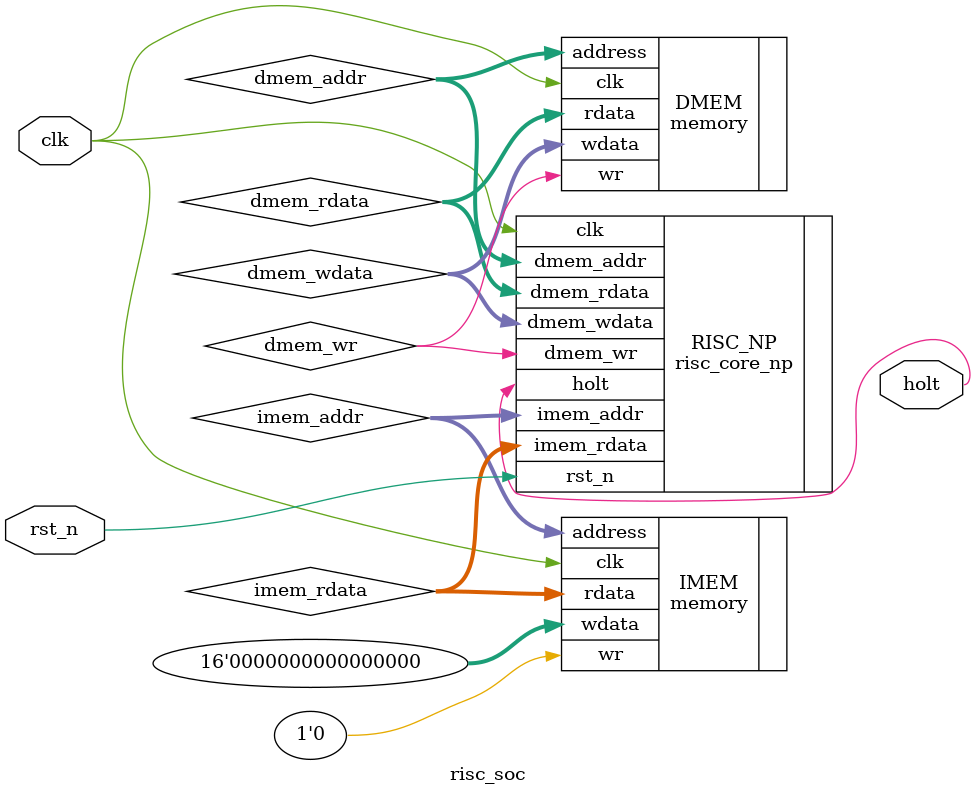
<source format=v>
/*************************************************************
* File Name   : risc_soc.v
* Design Name : risc_soc
* Version     : 
* Author      : 
* Date        : 
* Description : RISC SoC module
* Change Log  : 
*************************************************************/

module risc_soc(
    //----- inputs -----
    input  wire clk,
    input  wire rst_n,

    //----- outputs -----
    output wire holt 
);
    //----- Parameters -----
    parameter imem_size = 64;
    parameter dmem_size = 32;

    //----- internal signals -----
    wire [15:0] imem_rdata;
    wire [15:0] imem_addr;
    wire [15:0] dmem_rdata;
    wire [15:0] dmem_addr;
    wire [15:0] dmem_wdata;
    wire        dmem_wr;
    
    //----- RISC core -----
    risc_core_np #(
        .imem_size ( imem_size )
    ) RISC_NP (
        //----- inputs -----
        .clk        ( clk        ),
        .rst_n      ( rst_n      ),
        .imem_rdata ( imem_rdata ),
        .dmem_rdata ( dmem_rdata ),
    
        //----- outputs -----
        .imem_addr  ( imem_addr  ),
        .dmem_addr  ( dmem_addr  ),
        .dmem_wdata ( dmem_wdata ),
        .dmem_wr    ( dmem_wr    ),
	.holt       ( holt       ) 
    );
    
    //----- Memory blocks -----
    memory #(
        .mem_size(imem_size)
    ) IMEM (
        //----- inputs -----
        .clk     ( clk        ),
        .address ( imem_addr  ),
        .wdata   ( 16'b0      ),
        .wr      ( 1'b0       ),
        
        //----- outputs -----
        .rdata   ( imem_rdata )
    );
    
    memory #(
        .mem_size(dmem_size)
    ) DMEM (
        //----- inputs -----
        .clk     ( clk        ),
        .address ( dmem_addr  ),
        .wdata   ( dmem_wdata ),
        .wr      ( dmem_wr    ),
        
        //----- outputs -----
        .rdata   ( dmem_rdata )
    );

endmodule

</source>
